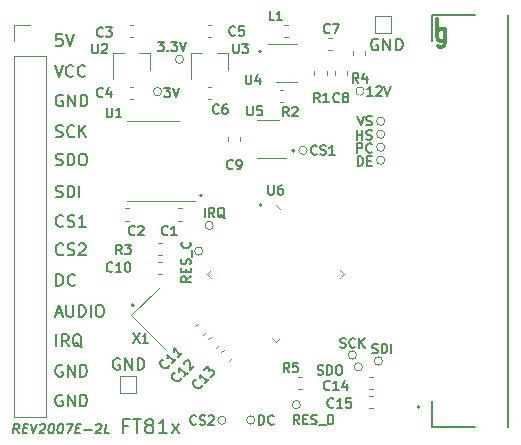
<source format=gbr>
%TF.GenerationSoftware,KiCad,Pcbnew,5.0.2+dfsg1-1*%
%TF.CreationDate,2020-08-11T00:40:15-07:00*%
%TF.ProjectId,driver-board-2L,64726976-6572-42d6-926f-6172642d324c,rev?*%
%TF.SameCoordinates,Original*%
%TF.FileFunction,Legend,Top*%
%TF.FilePolarity,Positive*%
%FSLAX46Y46*%
G04 Gerber Fmt 4.6, Leading zero omitted, Abs format (unit mm)*
G04 Created by KiCad (PCBNEW 5.0.2+dfsg1-1) date Tue 11 Aug 2020 12:40:15 AM PDT*
%MOMM*%
%LPD*%
G01*
G04 APERTURE LIST*
%ADD10C,0.150000*%
%ADD11C,0.300000*%
%ADD12C,0.200000*%
%ADD13C,0.120000*%
%ADD14C,0.127000*%
G04 APERTURE END LIST*
D10*
X119789404Y-78010000D02*
X119694166Y-77962380D01*
X119551309Y-77962380D01*
X119408452Y-78010000D01*
X119313214Y-78105238D01*
X119265595Y-78200476D01*
X119217976Y-78390952D01*
X119217976Y-78533809D01*
X119265595Y-78724285D01*
X119313214Y-78819523D01*
X119408452Y-78914761D01*
X119551309Y-78962380D01*
X119646547Y-78962380D01*
X119789404Y-78914761D01*
X119837023Y-78867142D01*
X119837023Y-78533809D01*
X119646547Y-78533809D01*
X120265595Y-78962380D02*
X120265595Y-77962380D01*
X120837023Y-78962380D01*
X120837023Y-77962380D01*
X121313214Y-78962380D02*
X121313214Y-77962380D01*
X121551309Y-77962380D01*
X121694166Y-78010000D01*
X121789404Y-78105238D01*
X121837023Y-78200476D01*
X121884642Y-78390952D01*
X121884642Y-78533809D01*
X121837023Y-78724285D01*
X121789404Y-78819523D01*
X121694166Y-78914761D01*
X121551309Y-78962380D01*
X121313214Y-78962380D01*
X141659404Y-50950000D02*
X141564166Y-50902380D01*
X141421309Y-50902380D01*
X141278452Y-50950000D01*
X141183214Y-51045238D01*
X141135595Y-51140476D01*
X141087976Y-51330952D01*
X141087976Y-51473809D01*
X141135595Y-51664285D01*
X141183214Y-51759523D01*
X141278452Y-51854761D01*
X141421309Y-51902380D01*
X141516547Y-51902380D01*
X141659404Y-51854761D01*
X141707023Y-51807142D01*
X141707023Y-51473809D01*
X141516547Y-51473809D01*
X142135595Y-51902380D02*
X142135595Y-50902380D01*
X142707023Y-51902380D01*
X142707023Y-50902380D01*
X143183214Y-51902380D02*
X143183214Y-50902380D01*
X143421309Y-50902380D01*
X143564166Y-50950000D01*
X143659404Y-51045238D01*
X143707023Y-51140476D01*
X143754642Y-51330952D01*
X143754642Y-51473809D01*
X143707023Y-51664285D01*
X143659404Y-51759523D01*
X143564166Y-51854761D01*
X143421309Y-51902380D01*
X143183214Y-51902380D01*
D11*
X146650000Y-50730000D02*
X146650000Y-49230000D01*
X147361428Y-50098571D02*
X147361428Y-51312857D01*
X147290000Y-51455714D01*
X147218571Y-51527142D01*
X147075714Y-51598571D01*
X146861428Y-51598571D01*
X146718571Y-51527142D01*
X147361428Y-51027142D02*
X147218571Y-51098571D01*
X146932857Y-51098571D01*
X146790000Y-51027142D01*
X146718571Y-50955714D01*
X146647142Y-50812857D01*
X146647142Y-50384285D01*
X146718571Y-50241428D01*
X146790000Y-50170000D01*
X146932857Y-50098571D01*
X147218571Y-50098571D01*
X147361428Y-50170000D01*
D12*
X121000000Y-73500000D02*
G75*
G03X121000000Y-73500000I-100000J0D01*
G01*
X126800000Y-64200000D02*
G75*
G03X126800000Y-64200000I-100000J0D01*
G01*
X131800000Y-52000000D02*
G75*
G03X131800000Y-52000000I-100000J0D01*
G01*
X134600000Y-60400000D02*
G75*
G03X134600000Y-60400000I-100000J0D01*
G01*
X131800000Y-65000000D02*
G75*
G03X131800000Y-65000000I-100000J0D01*
G01*
D10*
X120485714Y-83714285D02*
X120085714Y-83714285D01*
X120085714Y-84342857D02*
X120085714Y-83142857D01*
X120657142Y-83142857D01*
X120942857Y-83142857D02*
X121628571Y-83142857D01*
X121285714Y-84342857D02*
X121285714Y-83142857D01*
X122200000Y-83657142D02*
X122085714Y-83600000D01*
X122028571Y-83542857D01*
X121971428Y-83428571D01*
X121971428Y-83371428D01*
X122028571Y-83257142D01*
X122085714Y-83200000D01*
X122200000Y-83142857D01*
X122428571Y-83142857D01*
X122542857Y-83200000D01*
X122600000Y-83257142D01*
X122657142Y-83371428D01*
X122657142Y-83428571D01*
X122600000Y-83542857D01*
X122542857Y-83600000D01*
X122428571Y-83657142D01*
X122200000Y-83657142D01*
X122085714Y-83714285D01*
X122028571Y-83771428D01*
X121971428Y-83885714D01*
X121971428Y-84114285D01*
X122028571Y-84228571D01*
X122085714Y-84285714D01*
X122200000Y-84342857D01*
X122428571Y-84342857D01*
X122542857Y-84285714D01*
X122600000Y-84228571D01*
X122657142Y-84114285D01*
X122657142Y-83885714D01*
X122600000Y-83771428D01*
X122542857Y-83714285D01*
X122428571Y-83657142D01*
X123800000Y-84342857D02*
X123114285Y-84342857D01*
X123457142Y-84342857D02*
X123457142Y-83142857D01*
X123342857Y-83314285D01*
X123228571Y-83428571D01*
X123114285Y-83485714D01*
X124200000Y-84342857D02*
X124828571Y-83542857D01*
X124200000Y-83542857D02*
X124828571Y-84342857D01*
X114934404Y-81100000D02*
X114839166Y-81052380D01*
X114696309Y-81052380D01*
X114553452Y-81100000D01*
X114458214Y-81195238D01*
X114410595Y-81290476D01*
X114362976Y-81480952D01*
X114362976Y-81623809D01*
X114410595Y-81814285D01*
X114458214Y-81909523D01*
X114553452Y-82004761D01*
X114696309Y-82052380D01*
X114791547Y-82052380D01*
X114934404Y-82004761D01*
X114982023Y-81957142D01*
X114982023Y-81623809D01*
X114791547Y-81623809D01*
X115410595Y-82052380D02*
X115410595Y-81052380D01*
X115982023Y-82052380D01*
X115982023Y-81052380D01*
X116458214Y-82052380D02*
X116458214Y-81052380D01*
X116696309Y-81052380D01*
X116839166Y-81100000D01*
X116934404Y-81195238D01*
X116982023Y-81290476D01*
X117029642Y-81480952D01*
X117029642Y-81623809D01*
X116982023Y-81814285D01*
X116934404Y-81909523D01*
X116839166Y-82004761D01*
X116696309Y-82052380D01*
X116458214Y-82052380D01*
X114934404Y-78575000D02*
X114839166Y-78527380D01*
X114696309Y-78527380D01*
X114553452Y-78575000D01*
X114458214Y-78670238D01*
X114410595Y-78765476D01*
X114362976Y-78955952D01*
X114362976Y-79098809D01*
X114410595Y-79289285D01*
X114458214Y-79384523D01*
X114553452Y-79479761D01*
X114696309Y-79527380D01*
X114791547Y-79527380D01*
X114934404Y-79479761D01*
X114982023Y-79432142D01*
X114982023Y-79098809D01*
X114791547Y-79098809D01*
X115410595Y-79527380D02*
X115410595Y-78527380D01*
X115982023Y-79527380D01*
X115982023Y-78527380D01*
X116458214Y-79527380D02*
X116458214Y-78527380D01*
X116696309Y-78527380D01*
X116839166Y-78575000D01*
X116934404Y-78670238D01*
X116982023Y-78765476D01*
X117029642Y-78955952D01*
X117029642Y-79098809D01*
X116982023Y-79289285D01*
X116934404Y-79384523D01*
X116839166Y-79479761D01*
X116696309Y-79527380D01*
X116458214Y-79527380D01*
X111249880Y-84336904D02*
X111030833Y-83955952D01*
X110792738Y-84336904D02*
X110892738Y-83536904D01*
X111197500Y-83536904D01*
X111268928Y-83575000D01*
X111302261Y-83613095D01*
X111330833Y-83689285D01*
X111316547Y-83803571D01*
X111268928Y-83879761D01*
X111226071Y-83917857D01*
X111145119Y-83955952D01*
X110840357Y-83955952D01*
X111645119Y-83917857D02*
X111911785Y-83917857D01*
X111973690Y-84336904D02*
X111592738Y-84336904D01*
X111692738Y-83536904D01*
X112073690Y-83536904D01*
X112302261Y-83536904D02*
X112468928Y-84336904D01*
X112835595Y-83536904D01*
X113054642Y-83613095D02*
X113097500Y-83575000D01*
X113178452Y-83536904D01*
X113368928Y-83536904D01*
X113440357Y-83575000D01*
X113473690Y-83613095D01*
X113502261Y-83689285D01*
X113492738Y-83765476D01*
X113440357Y-83879761D01*
X112926071Y-84336904D01*
X113421309Y-84336904D01*
X114016547Y-83536904D02*
X114092738Y-83536904D01*
X114164166Y-83575000D01*
X114197500Y-83613095D01*
X114226071Y-83689285D01*
X114245119Y-83841666D01*
X114221309Y-84032142D01*
X114164166Y-84184523D01*
X114116547Y-84260714D01*
X114073690Y-84298809D01*
X113992738Y-84336904D01*
X113916547Y-84336904D01*
X113845119Y-84298809D01*
X113811785Y-84260714D01*
X113783214Y-84184523D01*
X113764166Y-84032142D01*
X113787976Y-83841666D01*
X113845119Y-83689285D01*
X113892738Y-83613095D01*
X113935595Y-83575000D01*
X114016547Y-83536904D01*
X114778452Y-83536904D02*
X114854642Y-83536904D01*
X114926071Y-83575000D01*
X114959404Y-83613095D01*
X114987976Y-83689285D01*
X115007023Y-83841666D01*
X114983214Y-84032142D01*
X114926071Y-84184523D01*
X114878452Y-84260714D01*
X114835595Y-84298809D01*
X114754642Y-84336904D01*
X114678452Y-84336904D01*
X114607023Y-84298809D01*
X114573690Y-84260714D01*
X114545119Y-84184523D01*
X114526071Y-84032142D01*
X114549880Y-83841666D01*
X114607023Y-83689285D01*
X114654642Y-83613095D01*
X114697500Y-83575000D01*
X114778452Y-83536904D01*
X115311785Y-83536904D02*
X115845119Y-83536904D01*
X115402261Y-84336904D01*
X116102261Y-83917857D02*
X116368928Y-83917857D01*
X116430833Y-84336904D02*
X116049880Y-84336904D01*
X116149880Y-83536904D01*
X116530833Y-83536904D01*
X116811785Y-84032142D02*
X117421309Y-84032142D01*
X117816547Y-83613095D02*
X117859404Y-83575000D01*
X117940357Y-83536904D01*
X118130833Y-83536904D01*
X118202261Y-83575000D01*
X118235595Y-83613095D01*
X118264166Y-83689285D01*
X118254642Y-83765476D01*
X118202261Y-83879761D01*
X117687976Y-84336904D01*
X118183214Y-84336904D01*
X118907023Y-84336904D02*
X118526071Y-84336904D01*
X118626071Y-83536904D01*
X131590476Y-83586904D02*
X131590476Y-82786904D01*
X131780952Y-82786904D01*
X131895238Y-82825000D01*
X131971428Y-82901190D01*
X132009523Y-82977380D01*
X132047619Y-83129761D01*
X132047619Y-83244047D01*
X132009523Y-83396428D01*
X131971428Y-83472619D01*
X131895238Y-83548809D01*
X131780952Y-83586904D01*
X131590476Y-83586904D01*
X132847619Y-83510714D02*
X132809523Y-83548809D01*
X132695238Y-83586904D01*
X132619047Y-83586904D01*
X132504761Y-83548809D01*
X132428571Y-83472619D01*
X132390476Y-83396428D01*
X132352380Y-83244047D01*
X132352380Y-83129761D01*
X132390476Y-82977380D01*
X132428571Y-82901190D01*
X132504761Y-82825000D01*
X132619047Y-82786904D01*
X132695238Y-82786904D01*
X132809523Y-82825000D01*
X132847619Y-82863095D01*
X126260714Y-83510714D02*
X126222619Y-83548809D01*
X126108333Y-83586904D01*
X126032142Y-83586904D01*
X125917857Y-83548809D01*
X125841666Y-83472619D01*
X125803571Y-83396428D01*
X125765476Y-83244047D01*
X125765476Y-83129761D01*
X125803571Y-82977380D01*
X125841666Y-82901190D01*
X125917857Y-82825000D01*
X126032142Y-82786904D01*
X126108333Y-82786904D01*
X126222619Y-82825000D01*
X126260714Y-82863095D01*
X126565476Y-83548809D02*
X126679761Y-83586904D01*
X126870238Y-83586904D01*
X126946428Y-83548809D01*
X126984523Y-83510714D01*
X127022619Y-83434523D01*
X127022619Y-83358333D01*
X126984523Y-83282142D01*
X126946428Y-83244047D01*
X126870238Y-83205952D01*
X126717857Y-83167857D01*
X126641666Y-83129761D01*
X126603571Y-83091666D01*
X126565476Y-83015476D01*
X126565476Y-82939285D01*
X126603571Y-82863095D01*
X126641666Y-82825000D01*
X126717857Y-82786904D01*
X126908333Y-82786904D01*
X127022619Y-82825000D01*
X127327380Y-82863095D02*
X127365476Y-82825000D01*
X127441666Y-82786904D01*
X127632142Y-82786904D01*
X127708333Y-82825000D01*
X127746428Y-82863095D01*
X127784523Y-82939285D01*
X127784523Y-83015476D01*
X127746428Y-83129761D01*
X127289285Y-83586904D01*
X127784523Y-83586904D01*
X136552380Y-79323809D02*
X136666666Y-79361904D01*
X136857142Y-79361904D01*
X136933333Y-79323809D01*
X136971428Y-79285714D01*
X137009523Y-79209523D01*
X137009523Y-79133333D01*
X136971428Y-79057142D01*
X136933333Y-79019047D01*
X136857142Y-78980952D01*
X136704761Y-78942857D01*
X136628571Y-78904761D01*
X136590476Y-78866666D01*
X136552380Y-78790476D01*
X136552380Y-78714285D01*
X136590476Y-78638095D01*
X136628571Y-78600000D01*
X136704761Y-78561904D01*
X136895238Y-78561904D01*
X137009523Y-78600000D01*
X137352380Y-79361904D02*
X137352380Y-78561904D01*
X137542857Y-78561904D01*
X137657142Y-78600000D01*
X137733333Y-78676190D01*
X137771428Y-78752380D01*
X137809523Y-78904761D01*
X137809523Y-79019047D01*
X137771428Y-79171428D01*
X137733333Y-79247619D01*
X137657142Y-79323809D01*
X137542857Y-79361904D01*
X137352380Y-79361904D01*
X138304761Y-78561904D02*
X138457142Y-78561904D01*
X138533333Y-78600000D01*
X138609523Y-78676190D01*
X138647619Y-78828571D01*
X138647619Y-79095238D01*
X138609523Y-79247619D01*
X138533333Y-79323809D01*
X138457142Y-79361904D01*
X138304761Y-79361904D01*
X138228571Y-79323809D01*
X138152380Y-79247619D01*
X138114285Y-79095238D01*
X138114285Y-78828571D01*
X138152380Y-78676190D01*
X138228571Y-78600000D01*
X138304761Y-78561904D01*
X141180952Y-77523809D02*
X141295238Y-77561904D01*
X141485714Y-77561904D01*
X141561904Y-77523809D01*
X141600000Y-77485714D01*
X141638095Y-77409523D01*
X141638095Y-77333333D01*
X141600000Y-77257142D01*
X141561904Y-77219047D01*
X141485714Y-77180952D01*
X141333333Y-77142857D01*
X141257142Y-77104761D01*
X141219047Y-77066666D01*
X141180952Y-76990476D01*
X141180952Y-76914285D01*
X141219047Y-76838095D01*
X141257142Y-76800000D01*
X141333333Y-76761904D01*
X141523809Y-76761904D01*
X141638095Y-76800000D01*
X141980952Y-77561904D02*
X141980952Y-76761904D01*
X142171428Y-76761904D01*
X142285714Y-76800000D01*
X142361904Y-76876190D01*
X142400000Y-76952380D01*
X142438095Y-77104761D01*
X142438095Y-77219047D01*
X142400000Y-77371428D01*
X142361904Y-77447619D01*
X142285714Y-77523809D01*
X142171428Y-77561904D01*
X141980952Y-77561904D01*
X142780952Y-77561904D02*
X142780952Y-76761904D01*
X138471428Y-77023809D02*
X138585714Y-77061904D01*
X138776190Y-77061904D01*
X138852380Y-77023809D01*
X138890476Y-76985714D01*
X138928571Y-76909523D01*
X138928571Y-76833333D01*
X138890476Y-76757142D01*
X138852380Y-76719047D01*
X138776190Y-76680952D01*
X138623809Y-76642857D01*
X138547619Y-76604761D01*
X138509523Y-76566666D01*
X138471428Y-76490476D01*
X138471428Y-76414285D01*
X138509523Y-76338095D01*
X138547619Y-76300000D01*
X138623809Y-76261904D01*
X138814285Y-76261904D01*
X138928571Y-76300000D01*
X139728571Y-76985714D02*
X139690476Y-77023809D01*
X139576190Y-77061904D01*
X139500000Y-77061904D01*
X139385714Y-77023809D01*
X139309523Y-76947619D01*
X139271428Y-76871428D01*
X139233333Y-76719047D01*
X139233333Y-76604761D01*
X139271428Y-76452380D01*
X139309523Y-76376190D01*
X139385714Y-76300000D01*
X139500000Y-76261904D01*
X139576190Y-76261904D01*
X139690476Y-76300000D01*
X139728571Y-76338095D01*
X140071428Y-77061904D02*
X140071428Y-76261904D01*
X140528571Y-77061904D02*
X140185714Y-76604761D01*
X140528571Y-76261904D02*
X140071428Y-76719047D01*
X136470119Y-60660714D02*
X136432023Y-60698809D01*
X136317738Y-60736904D01*
X136241547Y-60736904D01*
X136127261Y-60698809D01*
X136051071Y-60622619D01*
X136012976Y-60546428D01*
X135974880Y-60394047D01*
X135974880Y-60279761D01*
X136012976Y-60127380D01*
X136051071Y-60051190D01*
X136127261Y-59975000D01*
X136241547Y-59936904D01*
X136317738Y-59936904D01*
X136432023Y-59975000D01*
X136470119Y-60013095D01*
X136774880Y-60698809D02*
X136889166Y-60736904D01*
X137079642Y-60736904D01*
X137155833Y-60698809D01*
X137193928Y-60660714D01*
X137232023Y-60584523D01*
X137232023Y-60508333D01*
X137193928Y-60432142D01*
X137155833Y-60394047D01*
X137079642Y-60355952D01*
X136927261Y-60317857D01*
X136851071Y-60279761D01*
X136812976Y-60241666D01*
X136774880Y-60165476D01*
X136774880Y-60089285D01*
X136812976Y-60013095D01*
X136851071Y-59975000D01*
X136927261Y-59936904D01*
X137117738Y-59936904D01*
X137232023Y-59975000D01*
X137993928Y-60736904D02*
X137536785Y-60736904D01*
X137765357Y-60736904D02*
X137765357Y-59936904D01*
X137689166Y-60051190D01*
X137612976Y-60127380D01*
X137536785Y-60165476D01*
X139969166Y-61661904D02*
X139969166Y-60861904D01*
X140159642Y-60861904D01*
X140273928Y-60900000D01*
X140350119Y-60976190D01*
X140388214Y-61052380D01*
X140426309Y-61204761D01*
X140426309Y-61319047D01*
X140388214Y-61471428D01*
X140350119Y-61547619D01*
X140273928Y-61623809D01*
X140159642Y-61661904D01*
X139969166Y-61661904D01*
X140769166Y-61242857D02*
X141035833Y-61242857D01*
X141150119Y-61661904D02*
X140769166Y-61661904D01*
X140769166Y-60861904D01*
X141150119Y-60861904D01*
X139892976Y-60561904D02*
X139892976Y-59761904D01*
X140197738Y-59761904D01*
X140273928Y-59800000D01*
X140312023Y-59838095D01*
X140350119Y-59914285D01*
X140350119Y-60028571D01*
X140312023Y-60104761D01*
X140273928Y-60142857D01*
X140197738Y-60180952D01*
X139892976Y-60180952D01*
X141150119Y-60485714D02*
X141112023Y-60523809D01*
X140997738Y-60561904D01*
X140921547Y-60561904D01*
X140807261Y-60523809D01*
X140731071Y-60447619D01*
X140692976Y-60371428D01*
X140654880Y-60219047D01*
X140654880Y-60104761D01*
X140692976Y-59952380D01*
X140731071Y-59876190D01*
X140807261Y-59800000D01*
X140921547Y-59761904D01*
X140997738Y-59761904D01*
X141112023Y-59800000D01*
X141150119Y-59838095D01*
X139892976Y-59461904D02*
X139892976Y-58661904D01*
X139892976Y-59042857D02*
X140350119Y-59042857D01*
X140350119Y-59461904D02*
X140350119Y-58661904D01*
X140692976Y-59423809D02*
X140807261Y-59461904D01*
X140997738Y-59461904D01*
X141073928Y-59423809D01*
X141112023Y-59385714D01*
X141150119Y-59309523D01*
X141150119Y-59233333D01*
X141112023Y-59157142D01*
X141073928Y-59119047D01*
X140997738Y-59080952D01*
X140845357Y-59042857D01*
X140769166Y-59004761D01*
X140731071Y-58966666D01*
X140692976Y-58890476D01*
X140692976Y-58814285D01*
X140731071Y-58738095D01*
X140769166Y-58700000D01*
X140845357Y-58661904D01*
X141035833Y-58661904D01*
X141150119Y-58700000D01*
X139931071Y-57461904D02*
X140197738Y-58261904D01*
X140464404Y-57461904D01*
X140692976Y-58223809D02*
X140807261Y-58261904D01*
X140997738Y-58261904D01*
X141073928Y-58223809D01*
X141112023Y-58185714D01*
X141150119Y-58109523D01*
X141150119Y-58033333D01*
X141112023Y-57957142D01*
X141073928Y-57919047D01*
X140997738Y-57880952D01*
X140845357Y-57842857D01*
X140769166Y-57804761D01*
X140731071Y-57766666D01*
X140692976Y-57690476D01*
X140692976Y-57614285D01*
X140731071Y-57538095D01*
X140769166Y-57500000D01*
X140845357Y-57461904D01*
X141035833Y-57461904D01*
X141150119Y-57500000D01*
X141204761Y-55761904D02*
X140747619Y-55761904D01*
X140976190Y-55761904D02*
X140976190Y-54961904D01*
X140900000Y-55076190D01*
X140823809Y-55152380D01*
X140747619Y-55190476D01*
X141509523Y-55038095D02*
X141547619Y-55000000D01*
X141623809Y-54961904D01*
X141814285Y-54961904D01*
X141890476Y-55000000D01*
X141928571Y-55038095D01*
X141966666Y-55114285D01*
X141966666Y-55190476D01*
X141928571Y-55304761D01*
X141471428Y-55761904D01*
X141966666Y-55761904D01*
X142195238Y-54961904D02*
X142461904Y-55761904D01*
X142728571Y-54961904D01*
X123019047Y-51161904D02*
X123514285Y-51161904D01*
X123247619Y-51466666D01*
X123361904Y-51466666D01*
X123438095Y-51504761D01*
X123476190Y-51542857D01*
X123514285Y-51619047D01*
X123514285Y-51809523D01*
X123476190Y-51885714D01*
X123438095Y-51923809D01*
X123361904Y-51961904D01*
X123133333Y-51961904D01*
X123057142Y-51923809D01*
X123019047Y-51885714D01*
X123857142Y-51885714D02*
X123895238Y-51923809D01*
X123857142Y-51961904D01*
X123819047Y-51923809D01*
X123857142Y-51885714D01*
X123857142Y-51961904D01*
X124161904Y-51161904D02*
X124657142Y-51161904D01*
X124390476Y-51466666D01*
X124504761Y-51466666D01*
X124580952Y-51504761D01*
X124619047Y-51542857D01*
X124657142Y-51619047D01*
X124657142Y-51809523D01*
X124619047Y-51885714D01*
X124580952Y-51923809D01*
X124504761Y-51961904D01*
X124276190Y-51961904D01*
X124200000Y-51923809D01*
X124161904Y-51885714D01*
X124885714Y-51161904D02*
X125152380Y-51961904D01*
X125419047Y-51161904D01*
X123590476Y-55061904D02*
X124085714Y-55061904D01*
X123819047Y-55366666D01*
X123933333Y-55366666D01*
X124009523Y-55404761D01*
X124047619Y-55442857D01*
X124085714Y-55519047D01*
X124085714Y-55709523D01*
X124047619Y-55785714D01*
X124009523Y-55823809D01*
X123933333Y-55861904D01*
X123704761Y-55861904D01*
X123628571Y-55823809D01*
X123590476Y-55785714D01*
X124314285Y-55061904D02*
X124580952Y-55861904D01*
X124847619Y-55061904D01*
X114435595Y-76952380D02*
X114435595Y-75952380D01*
X115483214Y-76952380D02*
X115149880Y-76476190D01*
X114911785Y-76952380D02*
X114911785Y-75952380D01*
X115292738Y-75952380D01*
X115387976Y-76000000D01*
X115435595Y-76047619D01*
X115483214Y-76142857D01*
X115483214Y-76285714D01*
X115435595Y-76380952D01*
X115387976Y-76428571D01*
X115292738Y-76476190D01*
X114911785Y-76476190D01*
X116578452Y-77047619D02*
X116483214Y-77000000D01*
X116387976Y-76904761D01*
X116245119Y-76761904D01*
X116149880Y-76714285D01*
X116054642Y-76714285D01*
X116102261Y-76952380D02*
X116007023Y-76904761D01*
X115911785Y-76809523D01*
X115864166Y-76619047D01*
X115864166Y-76285714D01*
X115911785Y-76095238D01*
X116007023Y-76000000D01*
X116102261Y-75952380D01*
X116292738Y-75952380D01*
X116387976Y-76000000D01*
X116483214Y-76095238D01*
X116530833Y-76285714D01*
X116530833Y-76619047D01*
X116483214Y-76809523D01*
X116387976Y-76904761D01*
X116292738Y-76952380D01*
X116102261Y-76952380D01*
X114911785Y-50552380D02*
X114435595Y-50552380D01*
X114387976Y-51028571D01*
X114435595Y-50980952D01*
X114530833Y-50933333D01*
X114768928Y-50933333D01*
X114864166Y-50980952D01*
X114911785Y-51028571D01*
X114959404Y-51123809D01*
X114959404Y-51361904D01*
X114911785Y-51457142D01*
X114864166Y-51504761D01*
X114768928Y-51552380D01*
X114530833Y-51552380D01*
X114435595Y-51504761D01*
X114387976Y-51457142D01*
X115245119Y-50552380D02*
X115578452Y-51552380D01*
X115911785Y-50552380D01*
X114292738Y-53152380D02*
X114626071Y-54152380D01*
X114959404Y-53152380D01*
X115864166Y-54057142D02*
X115816547Y-54104761D01*
X115673690Y-54152380D01*
X115578452Y-54152380D01*
X115435595Y-54104761D01*
X115340357Y-54009523D01*
X115292738Y-53914285D01*
X115245119Y-53723809D01*
X115245119Y-53580952D01*
X115292738Y-53390476D01*
X115340357Y-53295238D01*
X115435595Y-53200000D01*
X115578452Y-53152380D01*
X115673690Y-53152380D01*
X115816547Y-53200000D01*
X115864166Y-53247619D01*
X116864166Y-54057142D02*
X116816547Y-54104761D01*
X116673690Y-54152380D01*
X116578452Y-54152380D01*
X116435595Y-54104761D01*
X116340357Y-54009523D01*
X116292738Y-53914285D01*
X116245119Y-53723809D01*
X116245119Y-53580952D01*
X116292738Y-53390476D01*
X116340357Y-53295238D01*
X116435595Y-53200000D01*
X116578452Y-53152380D01*
X116673690Y-53152380D01*
X116816547Y-53200000D01*
X116864166Y-53247619D01*
X114959404Y-55700000D02*
X114864166Y-55652380D01*
X114721309Y-55652380D01*
X114578452Y-55700000D01*
X114483214Y-55795238D01*
X114435595Y-55890476D01*
X114387976Y-56080952D01*
X114387976Y-56223809D01*
X114435595Y-56414285D01*
X114483214Y-56509523D01*
X114578452Y-56604761D01*
X114721309Y-56652380D01*
X114816547Y-56652380D01*
X114959404Y-56604761D01*
X115007023Y-56557142D01*
X115007023Y-56223809D01*
X114816547Y-56223809D01*
X115435595Y-56652380D02*
X115435595Y-55652380D01*
X116007023Y-56652380D01*
X116007023Y-55652380D01*
X116483214Y-56652380D02*
X116483214Y-55652380D01*
X116721309Y-55652380D01*
X116864166Y-55700000D01*
X116959404Y-55795238D01*
X117007023Y-55890476D01*
X117054642Y-56080952D01*
X117054642Y-56223809D01*
X117007023Y-56414285D01*
X116959404Y-56509523D01*
X116864166Y-56604761D01*
X116721309Y-56652380D01*
X116483214Y-56652380D01*
X114387976Y-59204761D02*
X114530833Y-59252380D01*
X114768928Y-59252380D01*
X114864166Y-59204761D01*
X114911785Y-59157142D01*
X114959404Y-59061904D01*
X114959404Y-58966666D01*
X114911785Y-58871428D01*
X114864166Y-58823809D01*
X114768928Y-58776190D01*
X114578452Y-58728571D01*
X114483214Y-58680952D01*
X114435595Y-58633333D01*
X114387976Y-58538095D01*
X114387976Y-58442857D01*
X114435595Y-58347619D01*
X114483214Y-58300000D01*
X114578452Y-58252380D01*
X114816547Y-58252380D01*
X114959404Y-58300000D01*
X115959404Y-59157142D02*
X115911785Y-59204761D01*
X115768928Y-59252380D01*
X115673690Y-59252380D01*
X115530833Y-59204761D01*
X115435595Y-59109523D01*
X115387976Y-59014285D01*
X115340357Y-58823809D01*
X115340357Y-58680952D01*
X115387976Y-58490476D01*
X115435595Y-58395238D01*
X115530833Y-58300000D01*
X115673690Y-58252380D01*
X115768928Y-58252380D01*
X115911785Y-58300000D01*
X115959404Y-58347619D01*
X116387976Y-59252380D02*
X116387976Y-58252380D01*
X116959404Y-59252380D02*
X116530833Y-58680952D01*
X116959404Y-58252380D02*
X116387976Y-58823809D01*
X114387976Y-61604761D02*
X114530833Y-61652380D01*
X114768928Y-61652380D01*
X114864166Y-61604761D01*
X114911785Y-61557142D01*
X114959404Y-61461904D01*
X114959404Y-61366666D01*
X114911785Y-61271428D01*
X114864166Y-61223809D01*
X114768928Y-61176190D01*
X114578452Y-61128571D01*
X114483214Y-61080952D01*
X114435595Y-61033333D01*
X114387976Y-60938095D01*
X114387976Y-60842857D01*
X114435595Y-60747619D01*
X114483214Y-60700000D01*
X114578452Y-60652380D01*
X114816547Y-60652380D01*
X114959404Y-60700000D01*
X115387976Y-61652380D02*
X115387976Y-60652380D01*
X115626071Y-60652380D01*
X115768928Y-60700000D01*
X115864166Y-60795238D01*
X115911785Y-60890476D01*
X115959404Y-61080952D01*
X115959404Y-61223809D01*
X115911785Y-61414285D01*
X115864166Y-61509523D01*
X115768928Y-61604761D01*
X115626071Y-61652380D01*
X115387976Y-61652380D01*
X116578452Y-60652380D02*
X116768928Y-60652380D01*
X116864166Y-60700000D01*
X116959404Y-60795238D01*
X117007023Y-60985714D01*
X117007023Y-61319047D01*
X116959404Y-61509523D01*
X116864166Y-61604761D01*
X116768928Y-61652380D01*
X116578452Y-61652380D01*
X116483214Y-61604761D01*
X116387976Y-61509523D01*
X116340357Y-61319047D01*
X116340357Y-60985714D01*
X116387976Y-60795238D01*
X116483214Y-60700000D01*
X116578452Y-60652380D01*
X114387976Y-64304761D02*
X114530833Y-64352380D01*
X114768928Y-64352380D01*
X114864166Y-64304761D01*
X114911785Y-64257142D01*
X114959404Y-64161904D01*
X114959404Y-64066666D01*
X114911785Y-63971428D01*
X114864166Y-63923809D01*
X114768928Y-63876190D01*
X114578452Y-63828571D01*
X114483214Y-63780952D01*
X114435595Y-63733333D01*
X114387976Y-63638095D01*
X114387976Y-63542857D01*
X114435595Y-63447619D01*
X114483214Y-63400000D01*
X114578452Y-63352380D01*
X114816547Y-63352380D01*
X114959404Y-63400000D01*
X115387976Y-64352380D02*
X115387976Y-63352380D01*
X115626071Y-63352380D01*
X115768928Y-63400000D01*
X115864166Y-63495238D01*
X115911785Y-63590476D01*
X115959404Y-63780952D01*
X115959404Y-63923809D01*
X115911785Y-64114285D01*
X115864166Y-64209523D01*
X115768928Y-64304761D01*
X115626071Y-64352380D01*
X115387976Y-64352380D01*
X116387976Y-64352380D02*
X116387976Y-63352380D01*
X115007023Y-66757142D02*
X114959404Y-66804761D01*
X114816547Y-66852380D01*
X114721309Y-66852380D01*
X114578452Y-66804761D01*
X114483214Y-66709523D01*
X114435595Y-66614285D01*
X114387976Y-66423809D01*
X114387976Y-66280952D01*
X114435595Y-66090476D01*
X114483214Y-65995238D01*
X114578452Y-65900000D01*
X114721309Y-65852380D01*
X114816547Y-65852380D01*
X114959404Y-65900000D01*
X115007023Y-65947619D01*
X115387976Y-66804761D02*
X115530833Y-66852380D01*
X115768928Y-66852380D01*
X115864166Y-66804761D01*
X115911785Y-66757142D01*
X115959404Y-66661904D01*
X115959404Y-66566666D01*
X115911785Y-66471428D01*
X115864166Y-66423809D01*
X115768928Y-66376190D01*
X115578452Y-66328571D01*
X115483214Y-66280952D01*
X115435595Y-66233333D01*
X115387976Y-66138095D01*
X115387976Y-66042857D01*
X115435595Y-65947619D01*
X115483214Y-65900000D01*
X115578452Y-65852380D01*
X115816547Y-65852380D01*
X115959404Y-65900000D01*
X116911785Y-66852380D02*
X116340357Y-66852380D01*
X116626071Y-66852380D02*
X116626071Y-65852380D01*
X116530833Y-65995238D01*
X116435595Y-66090476D01*
X116340357Y-66138095D01*
X115007023Y-69157142D02*
X114959404Y-69204761D01*
X114816547Y-69252380D01*
X114721309Y-69252380D01*
X114578452Y-69204761D01*
X114483214Y-69109523D01*
X114435595Y-69014285D01*
X114387976Y-68823809D01*
X114387976Y-68680952D01*
X114435595Y-68490476D01*
X114483214Y-68395238D01*
X114578452Y-68300000D01*
X114721309Y-68252380D01*
X114816547Y-68252380D01*
X114959404Y-68300000D01*
X115007023Y-68347619D01*
X115387976Y-69204761D02*
X115530833Y-69252380D01*
X115768928Y-69252380D01*
X115864166Y-69204761D01*
X115911785Y-69157142D01*
X115959404Y-69061904D01*
X115959404Y-68966666D01*
X115911785Y-68871428D01*
X115864166Y-68823809D01*
X115768928Y-68776190D01*
X115578452Y-68728571D01*
X115483214Y-68680952D01*
X115435595Y-68633333D01*
X115387976Y-68538095D01*
X115387976Y-68442857D01*
X115435595Y-68347619D01*
X115483214Y-68300000D01*
X115578452Y-68252380D01*
X115816547Y-68252380D01*
X115959404Y-68300000D01*
X116340357Y-68347619D02*
X116387976Y-68300000D01*
X116483214Y-68252380D01*
X116721309Y-68252380D01*
X116816547Y-68300000D01*
X116864166Y-68347619D01*
X116911785Y-68442857D01*
X116911785Y-68538095D01*
X116864166Y-68680952D01*
X116292738Y-69252380D01*
X116911785Y-69252380D01*
X114435595Y-71852380D02*
X114435595Y-70852380D01*
X114673690Y-70852380D01*
X114816547Y-70900000D01*
X114911785Y-70995238D01*
X114959404Y-71090476D01*
X115007023Y-71280952D01*
X115007023Y-71423809D01*
X114959404Y-71614285D01*
X114911785Y-71709523D01*
X114816547Y-71804761D01*
X114673690Y-71852380D01*
X114435595Y-71852380D01*
X116007023Y-71757142D02*
X115959404Y-71804761D01*
X115816547Y-71852380D01*
X115721309Y-71852380D01*
X115578452Y-71804761D01*
X115483214Y-71709523D01*
X115435595Y-71614285D01*
X115387976Y-71423809D01*
X115387976Y-71280952D01*
X115435595Y-71090476D01*
X115483214Y-70995238D01*
X115578452Y-70900000D01*
X115721309Y-70852380D01*
X115816547Y-70852380D01*
X115959404Y-70900000D01*
X116007023Y-70947619D01*
X114387976Y-74166666D02*
X114864166Y-74166666D01*
X114292738Y-74452380D02*
X114626071Y-73452380D01*
X114959404Y-74452380D01*
X115292738Y-73452380D02*
X115292738Y-74261904D01*
X115340357Y-74357142D01*
X115387976Y-74404761D01*
X115483214Y-74452380D01*
X115673690Y-74452380D01*
X115768928Y-74404761D01*
X115816547Y-74357142D01*
X115864166Y-74261904D01*
X115864166Y-73452380D01*
X116340357Y-74452380D02*
X116340357Y-73452380D01*
X116578452Y-73452380D01*
X116721309Y-73500000D01*
X116816547Y-73595238D01*
X116864166Y-73690476D01*
X116911785Y-73880952D01*
X116911785Y-74023809D01*
X116864166Y-74214285D01*
X116816547Y-74309523D01*
X116721309Y-74404761D01*
X116578452Y-74452380D01*
X116340357Y-74452380D01*
X117340357Y-74452380D02*
X117340357Y-73452380D01*
X118007023Y-73452380D02*
X118197500Y-73452380D01*
X118292738Y-73500000D01*
X118387976Y-73595238D01*
X118435595Y-73785714D01*
X118435595Y-74119047D01*
X118387976Y-74309523D01*
X118292738Y-74404761D01*
X118197500Y-74452380D01*
X118007023Y-74452380D01*
X117911785Y-74404761D01*
X117816547Y-74309523D01*
X117768928Y-74119047D01*
X117768928Y-73785714D01*
X117816547Y-73595238D01*
X117911785Y-73500000D01*
X118007023Y-73452380D01*
D13*
%TO.C,C1*%
X124737221Y-65290000D02*
X125062779Y-65290000D01*
X124737221Y-66310000D02*
X125062779Y-66310000D01*
%TO.C,C2*%
X120562779Y-66310000D02*
X120237221Y-66310000D01*
X120562779Y-65290000D02*
X120237221Y-65290000D01*
%TO.C,C3*%
X120962779Y-49790000D02*
X120637221Y-49790000D01*
X120962779Y-50810000D02*
X120637221Y-50810000D01*
%TO.C,C4*%
X120962779Y-56010000D02*
X120637221Y-56010000D01*
X120962779Y-54990000D02*
X120637221Y-54990000D01*
%TO.C,C5*%
X127562779Y-49790000D02*
X127237221Y-49790000D01*
X127562779Y-50810000D02*
X127237221Y-50810000D01*
%TO.C,C6*%
X127562779Y-56010000D02*
X127237221Y-56010000D01*
X127562779Y-54990000D02*
X127237221Y-54990000D01*
%TO.C,C7*%
X137437221Y-51910000D02*
X137762779Y-51910000D01*
X137437221Y-50890000D02*
X137762779Y-50890000D01*
%TO.C,C8*%
X137990000Y-53637221D02*
X137990000Y-53962779D01*
X139010000Y-53637221D02*
X139010000Y-53962779D01*
%TO.C,C9*%
X128990000Y-59562779D02*
X128990000Y-59237221D01*
X130010000Y-59562779D02*
X130010000Y-59237221D01*
%TO.C,C10*%
X123362779Y-69790000D02*
X123037221Y-69790000D01*
X123362779Y-70810000D02*
X123037221Y-70810000D01*
%TO.C,C11*%
X127125727Y-75770522D02*
X126895522Y-76000727D01*
X126404478Y-75049273D02*
X126174273Y-75279478D01*
%TO.C,C12*%
X128225727Y-76870522D02*
X127995522Y-77100727D01*
X127504478Y-76149273D02*
X127274273Y-76379478D01*
%TO.C,C13*%
X128604478Y-77249273D02*
X128374273Y-77479478D01*
X129325727Y-77970522D02*
X129095522Y-78200727D01*
%TO.C,C14*%
X141262779Y-80610000D02*
X140937221Y-80610000D01*
X141262779Y-79590000D02*
X140937221Y-79590000D01*
%TO.C,C15*%
X141262779Y-81190000D02*
X140937221Y-81190000D01*
X141262779Y-82210000D02*
X140937221Y-82210000D01*
%TO.C,L1*%
X134062779Y-50810000D02*
X133737221Y-50810000D01*
X134062779Y-49790000D02*
X133737221Y-49790000D01*
%TO.C,R1*%
X136290000Y-53637221D02*
X136290000Y-53962779D01*
X137310000Y-53637221D02*
X137310000Y-53962779D01*
%TO.C,R2*%
X133662779Y-56310000D02*
X133337221Y-56310000D01*
X133662779Y-55290000D02*
X133337221Y-55290000D01*
%TO.C,R3*%
X123362779Y-69210000D02*
X123037221Y-69210000D01*
X123362779Y-68190000D02*
X123037221Y-68190000D01*
%TO.C,R4*%
X139590000Y-51987221D02*
X139590000Y-52312779D01*
X140610000Y-51987221D02*
X140610000Y-52312779D01*
%TO.C,R5*%
X135262779Y-80610000D02*
X134937221Y-80610000D01*
X135262779Y-79590000D02*
X134937221Y-79590000D01*
%TO.C,U1*%
X122600000Y-57915000D02*
X120400000Y-57915000D01*
X122600000Y-57915000D02*
X124800000Y-57915000D01*
X122600000Y-64685000D02*
X120400000Y-64685000D01*
X122600000Y-64685000D02*
X126200000Y-64685000D01*
%TO.C,U2*%
X122380000Y-52140000D02*
X122380000Y-53600000D01*
X119220000Y-52140000D02*
X119220000Y-54300000D01*
X119220000Y-52140000D02*
X120150000Y-52140000D01*
X122380000Y-52140000D02*
X121450000Y-52140000D01*
%TO.C,U3*%
X128980000Y-52140000D02*
X128050000Y-52140000D01*
X125820000Y-52140000D02*
X126750000Y-52140000D01*
X125820000Y-52140000D02*
X125820000Y-54300000D01*
X128980000Y-52140000D02*
X128980000Y-53600000D01*
%TO.C,U4*%
X133000000Y-54610000D02*
X134800000Y-54610000D01*
X134800000Y-51390000D02*
X132350000Y-51390000D01*
%TO.C,X1*%
X123131371Y-71995837D02*
X120797918Y-74329290D01*
X120797918Y-74329290D02*
X123626345Y-77157717D01*
%TO.C,TP1*%
X140500000Y-55350000D02*
G75*
G03X140500000Y-55350000I-350000J0D01*
G01*
%TO.C,TP3*%
X125210000Y-52660000D02*
G75*
G03X125210000Y-52660000I-350000J0D01*
G01*
%TO.C,TP5*%
X123350000Y-55400000D02*
G75*
G03X123350000Y-55400000I-350000J0D01*
G01*
%TO.C,TP2*%
X119800000Y-80900000D02*
X119800000Y-79500000D01*
X121200000Y-80900000D02*
X119800000Y-80900000D01*
X121200000Y-79500000D02*
X121200000Y-80900000D01*
X119800000Y-79500000D02*
X121200000Y-79500000D01*
%TO.C,TP4*%
X141400000Y-49000000D02*
X142800000Y-49000000D01*
X142800000Y-49000000D02*
X142800000Y-50400000D01*
X142800000Y-50400000D02*
X141400000Y-50400000D01*
X141400000Y-50400000D02*
X141400000Y-49000000D01*
%TO.C,TP6*%
X139850000Y-77700000D02*
G75*
G03X139850000Y-77700000I-350000J0D01*
G01*
%TO.C,TP8*%
X135675000Y-60375000D02*
G75*
G03X135675000Y-60375000I-350000J0D01*
G01*
%TO.C,TP10*%
X128800000Y-83225000D02*
G75*
G03X128800000Y-83225000I-350000J0D01*
G01*
%TO.C,TP12*%
X131250000Y-83200000D02*
G75*
G03X131250000Y-83200000I-350000J0D01*
G01*
%TO.C,TP14*%
X140350000Y-78700000D02*
G75*
G03X140350000Y-78700000I-350000J0D01*
G01*
%TO.C,TP16*%
X142050000Y-78200000D02*
G75*
G03X142050000Y-78200000I-350000J0D01*
G01*
%TO.C,TP7*%
X142250000Y-61200000D02*
G75*
G03X142250000Y-61200000I-350000J0D01*
G01*
%TO.C,TP9*%
X142250000Y-59000000D02*
G75*
G03X142250000Y-59000000I-350000J0D01*
G01*
%TO.C,TP11*%
X142250000Y-57900000D02*
G75*
G03X142250000Y-57900000I-350000J0D01*
G01*
%TO.C,TP13*%
X142250000Y-60100000D02*
G75*
G03X142250000Y-60100000I-350000J0D01*
G01*
%TO.C,J1*%
X110870000Y-49770000D02*
X112200000Y-49770000D01*
X110870000Y-51100000D02*
X110870000Y-49770000D01*
X110870000Y-52370000D02*
X113530000Y-52370000D01*
X113530000Y-52370000D02*
X113530000Y-82910000D01*
X110870000Y-52370000D02*
X110870000Y-82910000D01*
X110870000Y-82910000D02*
X113530000Y-82910000D01*
%TO.C,U5*%
X131450000Y-61035000D02*
X133900000Y-61035000D01*
X133250000Y-57815000D02*
X131450000Y-57815000D01*
%TO.C,U6*%
X138476542Y-70464124D02*
X138812418Y-70800000D01*
X138812418Y-70800000D02*
X138476542Y-71135876D01*
X127523458Y-71135876D02*
X127187582Y-70800000D01*
X127187582Y-70800000D02*
X127523458Y-70464124D01*
X132664124Y-76276542D02*
X133000000Y-76612418D01*
X133000000Y-76612418D02*
X133335876Y-76276542D01*
X133335876Y-65323458D02*
X133000000Y-64987582D01*
D12*
%TO.C,U7*%
X145200000Y-82125000D02*
G75*
G03X145200000Y-82125000I-100000J0D01*
G01*
D14*
X146200000Y-83825000D02*
X146200000Y-81625000D01*
X149850000Y-83825000D02*
X146200000Y-83825000D01*
X146200000Y-48925000D02*
X146200000Y-51125000D01*
X149850000Y-48925000D02*
X146200000Y-48925000D01*
X152700000Y-83825000D02*
X152700000Y-48925000D01*
D13*
%TO.C,RES_D*%
X135100000Y-81900000D02*
G75*
G03X135100000Y-81900000I-350000J0D01*
G01*
%TO.C,RES_C*%
X126850000Y-68900000D02*
G75*
G03X126850000Y-68900000I-350000J0D01*
G01*
%TO.C,IRQ*%
X127725000Y-66725000D02*
G75*
G03X127725000Y-66725000I-350000J0D01*
G01*
%TO.C,C1*%
D10*
X123866666Y-67485714D02*
X123828571Y-67523809D01*
X123714285Y-67561904D01*
X123638095Y-67561904D01*
X123523809Y-67523809D01*
X123447619Y-67447619D01*
X123409523Y-67371428D01*
X123371428Y-67219047D01*
X123371428Y-67104761D01*
X123409523Y-66952380D01*
X123447619Y-66876190D01*
X123523809Y-66800000D01*
X123638095Y-66761904D01*
X123714285Y-66761904D01*
X123828571Y-66800000D01*
X123866666Y-66838095D01*
X124628571Y-67561904D02*
X124171428Y-67561904D01*
X124400000Y-67561904D02*
X124400000Y-66761904D01*
X124323809Y-66876190D01*
X124247619Y-66952380D01*
X124171428Y-66990476D01*
%TO.C,C2*%
X121066666Y-67485714D02*
X121028571Y-67523809D01*
X120914285Y-67561904D01*
X120838095Y-67561904D01*
X120723809Y-67523809D01*
X120647619Y-67447619D01*
X120609523Y-67371428D01*
X120571428Y-67219047D01*
X120571428Y-67104761D01*
X120609523Y-66952380D01*
X120647619Y-66876190D01*
X120723809Y-66800000D01*
X120838095Y-66761904D01*
X120914285Y-66761904D01*
X121028571Y-66800000D01*
X121066666Y-66838095D01*
X121371428Y-66838095D02*
X121409523Y-66800000D01*
X121485714Y-66761904D01*
X121676190Y-66761904D01*
X121752380Y-66800000D01*
X121790476Y-66838095D01*
X121828571Y-66914285D01*
X121828571Y-66990476D01*
X121790476Y-67104761D01*
X121333333Y-67561904D01*
X121828571Y-67561904D01*
%TO.C,C3*%
X118366666Y-50685714D02*
X118328571Y-50723809D01*
X118214285Y-50761904D01*
X118138095Y-50761904D01*
X118023809Y-50723809D01*
X117947619Y-50647619D01*
X117909523Y-50571428D01*
X117871428Y-50419047D01*
X117871428Y-50304761D01*
X117909523Y-50152380D01*
X117947619Y-50076190D01*
X118023809Y-50000000D01*
X118138095Y-49961904D01*
X118214285Y-49961904D01*
X118328571Y-50000000D01*
X118366666Y-50038095D01*
X118633333Y-49961904D02*
X119128571Y-49961904D01*
X118861904Y-50266666D01*
X118976190Y-50266666D01*
X119052380Y-50304761D01*
X119090476Y-50342857D01*
X119128571Y-50419047D01*
X119128571Y-50609523D01*
X119090476Y-50685714D01*
X119052380Y-50723809D01*
X118976190Y-50761904D01*
X118747619Y-50761904D01*
X118671428Y-50723809D01*
X118633333Y-50685714D01*
%TO.C,C4*%
X118366666Y-55785714D02*
X118328571Y-55823809D01*
X118214285Y-55861904D01*
X118138095Y-55861904D01*
X118023809Y-55823809D01*
X117947619Y-55747619D01*
X117909523Y-55671428D01*
X117871428Y-55519047D01*
X117871428Y-55404761D01*
X117909523Y-55252380D01*
X117947619Y-55176190D01*
X118023809Y-55100000D01*
X118138095Y-55061904D01*
X118214285Y-55061904D01*
X118328571Y-55100000D01*
X118366666Y-55138095D01*
X119052380Y-55328571D02*
X119052380Y-55861904D01*
X118861904Y-55023809D02*
X118671428Y-55595238D01*
X119166666Y-55595238D01*
%TO.C,C5*%
X129566666Y-50585714D02*
X129528571Y-50623809D01*
X129414285Y-50661904D01*
X129338095Y-50661904D01*
X129223809Y-50623809D01*
X129147619Y-50547619D01*
X129109523Y-50471428D01*
X129071428Y-50319047D01*
X129071428Y-50204761D01*
X129109523Y-50052380D01*
X129147619Y-49976190D01*
X129223809Y-49900000D01*
X129338095Y-49861904D01*
X129414285Y-49861904D01*
X129528571Y-49900000D01*
X129566666Y-49938095D01*
X130290476Y-49861904D02*
X129909523Y-49861904D01*
X129871428Y-50242857D01*
X129909523Y-50204761D01*
X129985714Y-50166666D01*
X130176190Y-50166666D01*
X130252380Y-50204761D01*
X130290476Y-50242857D01*
X130328571Y-50319047D01*
X130328571Y-50509523D01*
X130290476Y-50585714D01*
X130252380Y-50623809D01*
X130176190Y-50661904D01*
X129985714Y-50661904D01*
X129909523Y-50623809D01*
X129871428Y-50585714D01*
%TO.C,C6*%
X128166666Y-57185714D02*
X128128571Y-57223809D01*
X128014285Y-57261904D01*
X127938095Y-57261904D01*
X127823809Y-57223809D01*
X127747619Y-57147619D01*
X127709523Y-57071428D01*
X127671428Y-56919047D01*
X127671428Y-56804761D01*
X127709523Y-56652380D01*
X127747619Y-56576190D01*
X127823809Y-56500000D01*
X127938095Y-56461904D01*
X128014285Y-56461904D01*
X128128571Y-56500000D01*
X128166666Y-56538095D01*
X128852380Y-56461904D02*
X128700000Y-56461904D01*
X128623809Y-56500000D01*
X128585714Y-56538095D01*
X128509523Y-56652380D01*
X128471428Y-56804761D01*
X128471428Y-57109523D01*
X128509523Y-57185714D01*
X128547619Y-57223809D01*
X128623809Y-57261904D01*
X128776190Y-57261904D01*
X128852380Y-57223809D01*
X128890476Y-57185714D01*
X128928571Y-57109523D01*
X128928571Y-56919047D01*
X128890476Y-56842857D01*
X128852380Y-56804761D01*
X128776190Y-56766666D01*
X128623809Y-56766666D01*
X128547619Y-56804761D01*
X128509523Y-56842857D01*
X128471428Y-56919047D01*
%TO.C,C7*%
X137566666Y-50385714D02*
X137528571Y-50423809D01*
X137414285Y-50461904D01*
X137338095Y-50461904D01*
X137223809Y-50423809D01*
X137147619Y-50347619D01*
X137109523Y-50271428D01*
X137071428Y-50119047D01*
X137071428Y-50004761D01*
X137109523Y-49852380D01*
X137147619Y-49776190D01*
X137223809Y-49700000D01*
X137338095Y-49661904D01*
X137414285Y-49661904D01*
X137528571Y-49700000D01*
X137566666Y-49738095D01*
X137833333Y-49661904D02*
X138366666Y-49661904D01*
X138023809Y-50461904D01*
%TO.C,C8*%
X138391666Y-56235714D02*
X138353571Y-56273809D01*
X138239285Y-56311904D01*
X138163095Y-56311904D01*
X138048809Y-56273809D01*
X137972619Y-56197619D01*
X137934523Y-56121428D01*
X137896428Y-55969047D01*
X137896428Y-55854761D01*
X137934523Y-55702380D01*
X137972619Y-55626190D01*
X138048809Y-55550000D01*
X138163095Y-55511904D01*
X138239285Y-55511904D01*
X138353571Y-55550000D01*
X138391666Y-55588095D01*
X138848809Y-55854761D02*
X138772619Y-55816666D01*
X138734523Y-55778571D01*
X138696428Y-55702380D01*
X138696428Y-55664285D01*
X138734523Y-55588095D01*
X138772619Y-55550000D01*
X138848809Y-55511904D01*
X139001190Y-55511904D01*
X139077380Y-55550000D01*
X139115476Y-55588095D01*
X139153571Y-55664285D01*
X139153571Y-55702380D01*
X139115476Y-55778571D01*
X139077380Y-55816666D01*
X139001190Y-55854761D01*
X138848809Y-55854761D01*
X138772619Y-55892857D01*
X138734523Y-55930952D01*
X138696428Y-56007142D01*
X138696428Y-56159523D01*
X138734523Y-56235714D01*
X138772619Y-56273809D01*
X138848809Y-56311904D01*
X139001190Y-56311904D01*
X139077380Y-56273809D01*
X139115476Y-56235714D01*
X139153571Y-56159523D01*
X139153571Y-56007142D01*
X139115476Y-55930952D01*
X139077380Y-55892857D01*
X139001190Y-55854761D01*
%TO.C,C9*%
X129366666Y-61885714D02*
X129328571Y-61923809D01*
X129214285Y-61961904D01*
X129138095Y-61961904D01*
X129023809Y-61923809D01*
X128947619Y-61847619D01*
X128909523Y-61771428D01*
X128871428Y-61619047D01*
X128871428Y-61504761D01*
X128909523Y-61352380D01*
X128947619Y-61276190D01*
X129023809Y-61200000D01*
X129138095Y-61161904D01*
X129214285Y-61161904D01*
X129328571Y-61200000D01*
X129366666Y-61238095D01*
X129747619Y-61961904D02*
X129900000Y-61961904D01*
X129976190Y-61923809D01*
X130014285Y-61885714D01*
X130090476Y-61771428D01*
X130128571Y-61619047D01*
X130128571Y-61314285D01*
X130090476Y-61238095D01*
X130052380Y-61200000D01*
X129976190Y-61161904D01*
X129823809Y-61161904D01*
X129747619Y-61200000D01*
X129709523Y-61238095D01*
X129671428Y-61314285D01*
X129671428Y-61504761D01*
X129709523Y-61580952D01*
X129747619Y-61619047D01*
X129823809Y-61657142D01*
X129976190Y-61657142D01*
X130052380Y-61619047D01*
X130090476Y-61580952D01*
X130128571Y-61504761D01*
%TO.C,C10*%
X119185714Y-70585714D02*
X119147619Y-70623809D01*
X119033333Y-70661904D01*
X118957142Y-70661904D01*
X118842857Y-70623809D01*
X118766666Y-70547619D01*
X118728571Y-70471428D01*
X118690476Y-70319047D01*
X118690476Y-70204761D01*
X118728571Y-70052380D01*
X118766666Y-69976190D01*
X118842857Y-69900000D01*
X118957142Y-69861904D01*
X119033333Y-69861904D01*
X119147619Y-69900000D01*
X119185714Y-69938095D01*
X119947619Y-70661904D02*
X119490476Y-70661904D01*
X119719047Y-70661904D02*
X119719047Y-69861904D01*
X119642857Y-69976190D01*
X119566666Y-70052380D01*
X119490476Y-70090476D01*
X120442857Y-69861904D02*
X120519047Y-69861904D01*
X120595238Y-69900000D01*
X120633333Y-69938095D01*
X120671428Y-70014285D01*
X120709523Y-70166666D01*
X120709523Y-70357142D01*
X120671428Y-70509523D01*
X120633333Y-70585714D01*
X120595238Y-70623809D01*
X120519047Y-70661904D01*
X120442857Y-70661904D01*
X120366666Y-70623809D01*
X120328571Y-70585714D01*
X120290476Y-70509523D01*
X120252380Y-70357142D01*
X120252380Y-70166666D01*
X120290476Y-70014285D01*
X120328571Y-69938095D01*
X120366666Y-69900000D01*
X120442857Y-69861904D01*
%TO.C,C11*%
X123958375Y-78555685D02*
X123958375Y-78609560D01*
X123904500Y-78717309D01*
X123850625Y-78771184D01*
X123742876Y-78825059D01*
X123635126Y-78825059D01*
X123554314Y-78798122D01*
X123419627Y-78717309D01*
X123338815Y-78636497D01*
X123258003Y-78501810D01*
X123231065Y-78420998D01*
X123231065Y-78313248D01*
X123284940Y-78205499D01*
X123338815Y-78151624D01*
X123446564Y-78097749D01*
X123500439Y-78097749D01*
X124550998Y-78070812D02*
X124227749Y-78394061D01*
X124389374Y-78232436D02*
X123823688Y-77666751D01*
X123850625Y-77801438D01*
X123850625Y-77909187D01*
X123823688Y-77990000D01*
X125089746Y-77532064D02*
X124766497Y-77855312D01*
X124928122Y-77693688D02*
X124362436Y-77128003D01*
X124389374Y-77262690D01*
X124389374Y-77370439D01*
X124362436Y-77451251D01*
%TO.C,C12*%
X124958375Y-79665685D02*
X124958375Y-79719560D01*
X124904500Y-79827309D01*
X124850625Y-79881184D01*
X124742876Y-79935059D01*
X124635126Y-79935059D01*
X124554314Y-79908122D01*
X124419627Y-79827309D01*
X124338815Y-79746497D01*
X124258003Y-79611810D01*
X124231065Y-79530998D01*
X124231065Y-79423248D01*
X124284940Y-79315499D01*
X124338815Y-79261624D01*
X124446564Y-79207749D01*
X124500439Y-79207749D01*
X125550998Y-79180812D02*
X125227749Y-79504061D01*
X125389374Y-79342436D02*
X124823688Y-78776751D01*
X124850625Y-78911438D01*
X124850625Y-79019187D01*
X124823688Y-79100000D01*
X125254687Y-78453502D02*
X125254687Y-78399627D01*
X125281624Y-78318815D01*
X125416311Y-78184128D01*
X125497123Y-78157190D01*
X125550998Y-78157190D01*
X125631810Y-78184128D01*
X125685685Y-78238003D01*
X125739560Y-78345752D01*
X125739560Y-78992250D01*
X126089746Y-78642064D01*
%TO.C,C13*%
X126738375Y-80245685D02*
X126738375Y-80299560D01*
X126684500Y-80407309D01*
X126630625Y-80461184D01*
X126522876Y-80515059D01*
X126415126Y-80515059D01*
X126334314Y-80488122D01*
X126199627Y-80407309D01*
X126118815Y-80326497D01*
X126038003Y-80191810D01*
X126011065Y-80110998D01*
X126011065Y-80003248D01*
X126064940Y-79895499D01*
X126118815Y-79841624D01*
X126226564Y-79787749D01*
X126280439Y-79787749D01*
X127330998Y-79760812D02*
X127007749Y-80084061D01*
X127169374Y-79922436D02*
X126603688Y-79356751D01*
X126630625Y-79491438D01*
X126630625Y-79599187D01*
X126603688Y-79680000D01*
X126953874Y-79006564D02*
X127304061Y-78656378D01*
X127330998Y-79060439D01*
X127411810Y-78979627D01*
X127492622Y-78952690D01*
X127546497Y-78952690D01*
X127627309Y-78979627D01*
X127761996Y-79114314D01*
X127788934Y-79195126D01*
X127788934Y-79249001D01*
X127761996Y-79329813D01*
X127600372Y-79491438D01*
X127519560Y-79518375D01*
X127465685Y-79518375D01*
%TO.C,C14*%
X137585714Y-80585714D02*
X137547619Y-80623809D01*
X137433333Y-80661904D01*
X137357142Y-80661904D01*
X137242857Y-80623809D01*
X137166666Y-80547619D01*
X137128571Y-80471428D01*
X137090476Y-80319047D01*
X137090476Y-80204761D01*
X137128571Y-80052380D01*
X137166666Y-79976190D01*
X137242857Y-79900000D01*
X137357142Y-79861904D01*
X137433333Y-79861904D01*
X137547619Y-79900000D01*
X137585714Y-79938095D01*
X138347619Y-80661904D02*
X137890476Y-80661904D01*
X138119047Y-80661904D02*
X138119047Y-79861904D01*
X138042857Y-79976190D01*
X137966666Y-80052380D01*
X137890476Y-80090476D01*
X139033333Y-80128571D02*
X139033333Y-80661904D01*
X138842857Y-79823809D02*
X138652380Y-80395238D01*
X139147619Y-80395238D01*
%TO.C,C15*%
X137885714Y-82085714D02*
X137847619Y-82123809D01*
X137733333Y-82161904D01*
X137657142Y-82161904D01*
X137542857Y-82123809D01*
X137466666Y-82047619D01*
X137428571Y-81971428D01*
X137390476Y-81819047D01*
X137390476Y-81704761D01*
X137428571Y-81552380D01*
X137466666Y-81476190D01*
X137542857Y-81400000D01*
X137657142Y-81361904D01*
X137733333Y-81361904D01*
X137847619Y-81400000D01*
X137885714Y-81438095D01*
X138647619Y-82161904D02*
X138190476Y-82161904D01*
X138419047Y-82161904D02*
X138419047Y-81361904D01*
X138342857Y-81476190D01*
X138266666Y-81552380D01*
X138190476Y-81590476D01*
X139371428Y-81361904D02*
X138990476Y-81361904D01*
X138952380Y-81742857D01*
X138990476Y-81704761D01*
X139066666Y-81666666D01*
X139257142Y-81666666D01*
X139333333Y-81704761D01*
X139371428Y-81742857D01*
X139409523Y-81819047D01*
X139409523Y-82009523D01*
X139371428Y-82085714D01*
X139333333Y-82123809D01*
X139257142Y-82161904D01*
X139066666Y-82161904D01*
X138990476Y-82123809D01*
X138952380Y-82085714D01*
%TO.C,L1*%
X132866666Y-49361904D02*
X132485714Y-49361904D01*
X132485714Y-48561904D01*
X133552380Y-49361904D02*
X133095238Y-49361904D01*
X133323809Y-49361904D02*
X133323809Y-48561904D01*
X133247619Y-48676190D01*
X133171428Y-48752380D01*
X133095238Y-48790476D01*
%TO.C,R1*%
X136741666Y-56286904D02*
X136475000Y-55905952D01*
X136284523Y-56286904D02*
X136284523Y-55486904D01*
X136589285Y-55486904D01*
X136665476Y-55525000D01*
X136703571Y-55563095D01*
X136741666Y-55639285D01*
X136741666Y-55753571D01*
X136703571Y-55829761D01*
X136665476Y-55867857D01*
X136589285Y-55905952D01*
X136284523Y-55905952D01*
X137503571Y-56286904D02*
X137046428Y-56286904D01*
X137275000Y-56286904D02*
X137275000Y-55486904D01*
X137198809Y-55601190D01*
X137122619Y-55677380D01*
X137046428Y-55715476D01*
%TO.C,R2*%
X134116666Y-57486904D02*
X133850000Y-57105952D01*
X133659523Y-57486904D02*
X133659523Y-56686904D01*
X133964285Y-56686904D01*
X134040476Y-56725000D01*
X134078571Y-56763095D01*
X134116666Y-56839285D01*
X134116666Y-56953571D01*
X134078571Y-57029761D01*
X134040476Y-57067857D01*
X133964285Y-57105952D01*
X133659523Y-57105952D01*
X134421428Y-56763095D02*
X134459523Y-56725000D01*
X134535714Y-56686904D01*
X134726190Y-56686904D01*
X134802380Y-56725000D01*
X134840476Y-56763095D01*
X134878571Y-56839285D01*
X134878571Y-56915476D01*
X134840476Y-57029761D01*
X134383333Y-57486904D01*
X134878571Y-57486904D01*
%TO.C,R3*%
X119966666Y-69161904D02*
X119700000Y-68780952D01*
X119509523Y-69161904D02*
X119509523Y-68361904D01*
X119814285Y-68361904D01*
X119890476Y-68400000D01*
X119928571Y-68438095D01*
X119966666Y-68514285D01*
X119966666Y-68628571D01*
X119928571Y-68704761D01*
X119890476Y-68742857D01*
X119814285Y-68780952D01*
X119509523Y-68780952D01*
X120233333Y-68361904D02*
X120728571Y-68361904D01*
X120461904Y-68666666D01*
X120576190Y-68666666D01*
X120652380Y-68704761D01*
X120690476Y-68742857D01*
X120728571Y-68819047D01*
X120728571Y-69009523D01*
X120690476Y-69085714D01*
X120652380Y-69123809D01*
X120576190Y-69161904D01*
X120347619Y-69161904D01*
X120271428Y-69123809D01*
X120233333Y-69085714D01*
%TO.C,R4*%
X140016666Y-54636904D02*
X139750000Y-54255952D01*
X139559523Y-54636904D02*
X139559523Y-53836904D01*
X139864285Y-53836904D01*
X139940476Y-53875000D01*
X139978571Y-53913095D01*
X140016666Y-53989285D01*
X140016666Y-54103571D01*
X139978571Y-54179761D01*
X139940476Y-54217857D01*
X139864285Y-54255952D01*
X139559523Y-54255952D01*
X140702380Y-54103571D02*
X140702380Y-54636904D01*
X140511904Y-53798809D02*
X140321428Y-54370238D01*
X140816666Y-54370238D01*
%TO.C,R5*%
X134166666Y-79161904D02*
X133900000Y-78780952D01*
X133709523Y-79161904D02*
X133709523Y-78361904D01*
X134014285Y-78361904D01*
X134090476Y-78400000D01*
X134128571Y-78438095D01*
X134166666Y-78514285D01*
X134166666Y-78628571D01*
X134128571Y-78704761D01*
X134090476Y-78742857D01*
X134014285Y-78780952D01*
X133709523Y-78780952D01*
X134890476Y-78361904D02*
X134509523Y-78361904D01*
X134471428Y-78742857D01*
X134509523Y-78704761D01*
X134585714Y-78666666D01*
X134776190Y-78666666D01*
X134852380Y-78704761D01*
X134890476Y-78742857D01*
X134928571Y-78819047D01*
X134928571Y-79009523D01*
X134890476Y-79085714D01*
X134852380Y-79123809D01*
X134776190Y-79161904D01*
X134585714Y-79161904D01*
X134509523Y-79123809D01*
X134471428Y-79085714D01*
%TO.C,U1*%
X118690476Y-56761904D02*
X118690476Y-57409523D01*
X118728571Y-57485714D01*
X118766666Y-57523809D01*
X118842857Y-57561904D01*
X118995238Y-57561904D01*
X119071428Y-57523809D01*
X119109523Y-57485714D01*
X119147619Y-57409523D01*
X119147619Y-56761904D01*
X119947619Y-57561904D02*
X119490476Y-57561904D01*
X119719047Y-57561904D02*
X119719047Y-56761904D01*
X119642857Y-56876190D01*
X119566666Y-56952380D01*
X119490476Y-56990476D01*
%TO.C,U2*%
X117490476Y-51361904D02*
X117490476Y-52009523D01*
X117528571Y-52085714D01*
X117566666Y-52123809D01*
X117642857Y-52161904D01*
X117795238Y-52161904D01*
X117871428Y-52123809D01*
X117909523Y-52085714D01*
X117947619Y-52009523D01*
X117947619Y-51361904D01*
X118290476Y-51438095D02*
X118328571Y-51400000D01*
X118404761Y-51361904D01*
X118595238Y-51361904D01*
X118671428Y-51400000D01*
X118709523Y-51438095D01*
X118747619Y-51514285D01*
X118747619Y-51590476D01*
X118709523Y-51704761D01*
X118252380Y-52161904D01*
X118747619Y-52161904D01*
%TO.C,U3*%
X129402476Y-51341904D02*
X129402476Y-51989523D01*
X129440571Y-52065714D01*
X129478666Y-52103809D01*
X129554857Y-52141904D01*
X129707238Y-52141904D01*
X129783428Y-52103809D01*
X129821523Y-52065714D01*
X129859619Y-51989523D01*
X129859619Y-51341904D01*
X130164380Y-51341904D02*
X130659619Y-51341904D01*
X130392952Y-51646666D01*
X130507238Y-51646666D01*
X130583428Y-51684761D01*
X130621523Y-51722857D01*
X130659619Y-51799047D01*
X130659619Y-51989523D01*
X130621523Y-52065714D01*
X130583428Y-52103809D01*
X130507238Y-52141904D01*
X130278666Y-52141904D01*
X130202476Y-52103809D01*
X130164380Y-52065714D01*
%TO.C,U4*%
X130490476Y-53961904D02*
X130490476Y-54609523D01*
X130528571Y-54685714D01*
X130566666Y-54723809D01*
X130642857Y-54761904D01*
X130795238Y-54761904D01*
X130871428Y-54723809D01*
X130909523Y-54685714D01*
X130947619Y-54609523D01*
X130947619Y-53961904D01*
X131671428Y-54228571D02*
X131671428Y-54761904D01*
X131480952Y-53923809D02*
X131290476Y-54495238D01*
X131785714Y-54495238D01*
%TO.C,X1*%
X120952380Y-75861904D02*
X121485714Y-76661904D01*
X121485714Y-75861904D02*
X120952380Y-76661904D01*
X122209523Y-76661904D02*
X121752380Y-76661904D01*
X121980952Y-76661904D02*
X121980952Y-75861904D01*
X121904761Y-75976190D01*
X121828571Y-76052380D01*
X121752380Y-76090476D01*
%TO.C,U5*%
X130590476Y-56611904D02*
X130590476Y-57259523D01*
X130628571Y-57335714D01*
X130666666Y-57373809D01*
X130742857Y-57411904D01*
X130895238Y-57411904D01*
X130971428Y-57373809D01*
X131009523Y-57335714D01*
X131047619Y-57259523D01*
X131047619Y-56611904D01*
X131809523Y-56611904D02*
X131428571Y-56611904D01*
X131390476Y-56992857D01*
X131428571Y-56954761D01*
X131504761Y-56916666D01*
X131695238Y-56916666D01*
X131771428Y-56954761D01*
X131809523Y-56992857D01*
X131847619Y-57069047D01*
X131847619Y-57259523D01*
X131809523Y-57335714D01*
X131771428Y-57373809D01*
X131695238Y-57411904D01*
X131504761Y-57411904D01*
X131428571Y-57373809D01*
X131390476Y-57335714D01*
%TO.C,U6*%
X132390476Y-63311904D02*
X132390476Y-63959523D01*
X132428571Y-64035714D01*
X132466666Y-64073809D01*
X132542857Y-64111904D01*
X132695238Y-64111904D01*
X132771428Y-64073809D01*
X132809523Y-64035714D01*
X132847619Y-63959523D01*
X132847619Y-63311904D01*
X133571428Y-63311904D02*
X133419047Y-63311904D01*
X133342857Y-63350000D01*
X133304761Y-63388095D01*
X133228571Y-63502380D01*
X133190476Y-63654761D01*
X133190476Y-63959523D01*
X133228571Y-64035714D01*
X133266666Y-64073809D01*
X133342857Y-64111904D01*
X133495238Y-64111904D01*
X133571428Y-64073809D01*
X133609523Y-64035714D01*
X133647619Y-63959523D01*
X133647619Y-63769047D01*
X133609523Y-63692857D01*
X133571428Y-63654761D01*
X133495238Y-63616666D01*
X133342857Y-63616666D01*
X133266666Y-63654761D01*
X133228571Y-63692857D01*
X133190476Y-63769047D01*
%TO.C,RES_D*%
X135000000Y-83561904D02*
X134733333Y-83180952D01*
X134542857Y-83561904D02*
X134542857Y-82761904D01*
X134847619Y-82761904D01*
X134923809Y-82800000D01*
X134961904Y-82838095D01*
X135000000Y-82914285D01*
X135000000Y-83028571D01*
X134961904Y-83104761D01*
X134923809Y-83142857D01*
X134847619Y-83180952D01*
X134542857Y-83180952D01*
X135342857Y-83142857D02*
X135609523Y-83142857D01*
X135723809Y-83561904D02*
X135342857Y-83561904D01*
X135342857Y-82761904D01*
X135723809Y-82761904D01*
X136028571Y-83523809D02*
X136142857Y-83561904D01*
X136333333Y-83561904D01*
X136409523Y-83523809D01*
X136447619Y-83485714D01*
X136485714Y-83409523D01*
X136485714Y-83333333D01*
X136447619Y-83257142D01*
X136409523Y-83219047D01*
X136333333Y-83180952D01*
X136180952Y-83142857D01*
X136104761Y-83104761D01*
X136066666Y-83066666D01*
X136028571Y-82990476D01*
X136028571Y-82914285D01*
X136066666Y-82838095D01*
X136104761Y-82800000D01*
X136180952Y-82761904D01*
X136371428Y-82761904D01*
X136485714Y-82800000D01*
X136638095Y-83638095D02*
X137247619Y-83638095D01*
X137438095Y-83561904D02*
X137438095Y-82761904D01*
X137628571Y-82761904D01*
X137742857Y-82800000D01*
X137819047Y-82876190D01*
X137857142Y-82952380D01*
X137895238Y-83104761D01*
X137895238Y-83219047D01*
X137857142Y-83371428D01*
X137819047Y-83447619D01*
X137742857Y-83523809D01*
X137628571Y-83561904D01*
X137438095Y-83561904D01*
%TO.C,RES_C*%
X125811904Y-71050000D02*
X125430952Y-71316666D01*
X125811904Y-71507142D02*
X125011904Y-71507142D01*
X125011904Y-71202380D01*
X125050000Y-71126190D01*
X125088095Y-71088095D01*
X125164285Y-71050000D01*
X125278571Y-71050000D01*
X125354761Y-71088095D01*
X125392857Y-71126190D01*
X125430952Y-71202380D01*
X125430952Y-71507142D01*
X125392857Y-70707142D02*
X125392857Y-70440476D01*
X125811904Y-70326190D02*
X125811904Y-70707142D01*
X125011904Y-70707142D01*
X125011904Y-70326190D01*
X125773809Y-70021428D02*
X125811904Y-69907142D01*
X125811904Y-69716666D01*
X125773809Y-69640476D01*
X125735714Y-69602380D01*
X125659523Y-69564285D01*
X125583333Y-69564285D01*
X125507142Y-69602380D01*
X125469047Y-69640476D01*
X125430952Y-69716666D01*
X125392857Y-69869047D01*
X125354761Y-69945238D01*
X125316666Y-69983333D01*
X125240476Y-70021428D01*
X125164285Y-70021428D01*
X125088095Y-69983333D01*
X125050000Y-69945238D01*
X125011904Y-69869047D01*
X125011904Y-69678571D01*
X125050000Y-69564285D01*
X125888095Y-69411904D02*
X125888095Y-68802380D01*
X125735714Y-68154761D02*
X125773809Y-68192857D01*
X125811904Y-68307142D01*
X125811904Y-68383333D01*
X125773809Y-68497619D01*
X125697619Y-68573809D01*
X125621428Y-68611904D01*
X125469047Y-68650000D01*
X125354761Y-68650000D01*
X125202380Y-68611904D01*
X125126190Y-68573809D01*
X125050000Y-68497619D01*
X125011904Y-68383333D01*
X125011904Y-68307142D01*
X125050000Y-68192857D01*
X125088095Y-68154761D01*
%TO.C,IRQ*%
X126980952Y-66036904D02*
X126980952Y-65236904D01*
X127819047Y-66036904D02*
X127552380Y-65655952D01*
X127361904Y-66036904D02*
X127361904Y-65236904D01*
X127666666Y-65236904D01*
X127742857Y-65275000D01*
X127780952Y-65313095D01*
X127819047Y-65389285D01*
X127819047Y-65503571D01*
X127780952Y-65579761D01*
X127742857Y-65617857D01*
X127666666Y-65655952D01*
X127361904Y-65655952D01*
X128695238Y-66113095D02*
X128619047Y-66075000D01*
X128542857Y-65998809D01*
X128428571Y-65884523D01*
X128352380Y-65846428D01*
X128276190Y-65846428D01*
X128314285Y-66036904D02*
X128238095Y-65998809D01*
X128161904Y-65922619D01*
X128123809Y-65770238D01*
X128123809Y-65503571D01*
X128161904Y-65351190D01*
X128238095Y-65275000D01*
X128314285Y-65236904D01*
X128466666Y-65236904D01*
X128542857Y-65275000D01*
X128619047Y-65351190D01*
X128657142Y-65503571D01*
X128657142Y-65770238D01*
X128619047Y-65922619D01*
X128542857Y-65998809D01*
X128466666Y-66036904D01*
X128314285Y-66036904D01*
%TD*%
M02*

</source>
